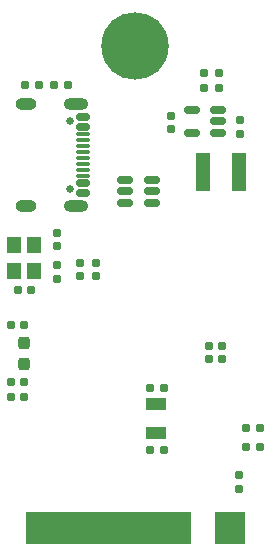
<source format=gbr>
%TF.GenerationSoftware,KiCad,Pcbnew,8.0.1*%
%TF.CreationDate,2024-04-18T13:31:19+02:00*%
%TF.ProjectId,ESP32S3_M.2_Board,45535033-3253-4335-9f4d-2e325f426f61,rev?*%
%TF.SameCoordinates,Original*%
%TF.FileFunction,Soldermask,Bot*%
%TF.FilePolarity,Negative*%
%FSLAX46Y46*%
G04 Gerber Fmt 4.6, Leading zero omitted, Abs format (unit mm)*
G04 Created by KiCad (PCBNEW 8.0.1) date 2024-04-18 13:31:19*
%MOMM*%
%LPD*%
G01*
G04 APERTURE LIST*
G04 Aperture macros list*
%AMRoundRect*
0 Rectangle with rounded corners*
0 $1 Rounding radius*
0 $2 $3 $4 $5 $6 $7 $8 $9 X,Y pos of 4 corners*
0 Add a 4 corners polygon primitive as box body*
4,1,4,$2,$3,$4,$5,$6,$7,$8,$9,$2,$3,0*
0 Add four circle primitives for the rounded corners*
1,1,$1+$1,$2,$3*
1,1,$1+$1,$4,$5*
1,1,$1+$1,$6,$7*
1,1,$1+$1,$8,$9*
0 Add four rect primitives between the rounded corners*
20,1,$1+$1,$2,$3,$4,$5,0*
20,1,$1+$1,$4,$5,$6,$7,0*
20,1,$1+$1,$6,$7,$8,$9,0*
20,1,$1+$1,$8,$9,$2,$3,0*%
G04 Aperture macros list end*
%ADD10C,5.703200*%
%ADD11RoundRect,0.101600X-0.175000X-1.250000X0.175000X-1.250000X0.175000X1.250000X-0.175000X1.250000X0*%
%ADD12RoundRect,0.150000X0.512500X0.150000X-0.512500X0.150000X-0.512500X-0.150000X0.512500X-0.150000X0*%
%ADD13R,1.800000X1.000000*%
%ADD14RoundRect,0.160000X-0.197500X-0.160000X0.197500X-0.160000X0.197500X0.160000X-0.197500X0.160000X0*%
%ADD15RoundRect,0.155000X0.212500X0.155000X-0.212500X0.155000X-0.212500X-0.155000X0.212500X-0.155000X0*%
%ADD16RoundRect,0.155000X-0.155000X0.212500X-0.155000X-0.212500X0.155000X-0.212500X0.155000X0.212500X0*%
%ADD17RoundRect,0.237500X-0.237500X0.287500X-0.237500X-0.287500X0.237500X-0.287500X0.237500X0.287500X0*%
%ADD18RoundRect,0.155000X-0.212500X-0.155000X0.212500X-0.155000X0.212500X0.155000X-0.212500X0.155000X0*%
%ADD19R,1.200000X1.400000*%
%ADD20RoundRect,0.155000X0.155000X-0.212500X0.155000X0.212500X-0.155000X0.212500X-0.155000X-0.212500X0*%
%ADD21RoundRect,0.160000X0.197500X0.160000X-0.197500X0.160000X-0.197500X-0.160000X0.197500X-0.160000X0*%
%ADD22RoundRect,0.160000X-0.160000X0.197500X-0.160000X-0.197500X0.160000X-0.197500X0.160000X0.197500X0*%
%ADD23R,1.200000X3.300000*%
%ADD24RoundRect,0.160000X0.160000X-0.197500X0.160000X0.197500X-0.160000X0.197500X-0.160000X-0.197500X0*%
%ADD25C,0.650000*%
%ADD26RoundRect,0.150000X0.425000X-0.150000X0.425000X0.150000X-0.425000X0.150000X-0.425000X-0.150000X0*%
%ADD27RoundRect,0.075000X0.500000X-0.075000X0.500000X0.075000X-0.500000X0.075000X-0.500000X-0.075000X0*%
%ADD28O,1.800000X1.000000*%
%ADD29O,2.100000X1.000000*%
G04 APERTURE END LIST*
D10*
%TO.C,J2*%
X228900000Y-91100000D03*
D11*
X237900000Y-131850000D03*
X237400000Y-131850000D03*
X236900000Y-131850000D03*
X236400000Y-131850000D03*
X235900000Y-131850000D03*
X233400000Y-131850000D03*
X232900000Y-131850000D03*
X232400000Y-131850000D03*
X231900000Y-131850000D03*
X231400000Y-131850000D03*
X230900000Y-131850000D03*
X230400000Y-131850000D03*
X229900000Y-131850000D03*
X229400000Y-131850000D03*
X228900000Y-131850000D03*
X228400000Y-131850000D03*
X227900000Y-131850000D03*
X227400000Y-131850000D03*
X226900000Y-131850000D03*
X226400000Y-131850000D03*
X225900000Y-131850000D03*
X225400000Y-131850000D03*
X224900000Y-131850000D03*
X224400000Y-131850000D03*
X223900000Y-131850000D03*
X223400000Y-131850000D03*
X222900000Y-131850000D03*
X222400000Y-131850000D03*
X221900000Y-131850000D03*
X221400000Y-131850000D03*
X220900000Y-131850000D03*
X220400000Y-131850000D03*
X219900000Y-131850000D03*
%TD*%
D12*
%TO.C,U1*%
X235937500Y-96487500D03*
X235937500Y-97437500D03*
X235937500Y-98387500D03*
X233662500Y-98387500D03*
X233662500Y-96487500D03*
%TD*%
D13*
%TO.C,Y2*%
X230665000Y-123860000D03*
X230665000Y-121360000D03*
%TD*%
D14*
%TO.C,R6*%
X234752500Y-94600000D03*
X235947500Y-94600000D03*
%TD*%
D15*
%TO.C,C2*%
X219500000Y-119475000D03*
X218365000Y-119475000D03*
%TD*%
D16*
%TO.C,C22*%
X236275000Y-116457500D03*
X236275000Y-117592500D03*
%TD*%
D17*
%TO.C,L1*%
X219500000Y-116200000D03*
X219500000Y-117950000D03*
%TD*%
D16*
%TO.C,C12*%
X225600000Y-109415000D03*
X225600000Y-110550000D03*
%TD*%
D18*
%TO.C,C20*%
X238290000Y-123375000D03*
X239425000Y-123375000D03*
%TD*%
D19*
%TO.C,Y1*%
X218600000Y-110150000D03*
X218600000Y-107950000D03*
X220300000Y-107950000D03*
X220300000Y-110150000D03*
%TD*%
D20*
%TO.C,C5*%
X237750000Y-98492500D03*
X237750000Y-97357500D03*
%TD*%
%TO.C,C7*%
X222250000Y-108017500D03*
X222250000Y-106882500D03*
%TD*%
%TO.C,C4*%
X231950000Y-98117500D03*
X231950000Y-96982500D03*
%TD*%
D21*
%TO.C,R8*%
X220772500Y-94375000D03*
X219577500Y-94375000D03*
%TD*%
%TO.C,R4*%
X235947500Y-93350000D03*
X234752500Y-93350000D03*
%TD*%
D12*
%TO.C,U2*%
X230284195Y-102418514D03*
X230284195Y-103368514D03*
X230284195Y-104318514D03*
X228009195Y-104318514D03*
X228009195Y-103368514D03*
X228009195Y-102418514D03*
%TD*%
D18*
%TO.C,C19*%
X238282500Y-124975000D03*
X239417500Y-124975000D03*
%TD*%
D15*
%TO.C,C3*%
X219500000Y-120750000D03*
X218365000Y-120750000D03*
%TD*%
D22*
%TO.C,R5*%
X222243071Y-109583871D03*
X222243071Y-110778871D03*
%TD*%
D14*
%TO.C,R7*%
X222027500Y-94375000D03*
X223222500Y-94375000D03*
%TD*%
D15*
%TO.C,C1*%
X219492500Y-114700000D03*
X218357500Y-114700000D03*
%TD*%
D18*
%TO.C,C6*%
X218953210Y-111701651D03*
X220088210Y-111701651D03*
%TD*%
D23*
%TO.C,L2*%
X234600000Y-101737500D03*
X237700000Y-101737500D03*
%TD*%
D18*
%TO.C,C8*%
X230152500Y-125257500D03*
X231287500Y-125257500D03*
%TD*%
D24*
%TO.C,R11*%
X237650000Y-128572500D03*
X237650000Y-127377500D03*
%TD*%
D25*
%TO.C,J1*%
X223365000Y-103190000D03*
X223365000Y-97410000D03*
D26*
X224440000Y-103500000D03*
X224440000Y-102700000D03*
D27*
X224440000Y-101550000D03*
X224440000Y-100550000D03*
X224440000Y-100050000D03*
X224440000Y-99050000D03*
D26*
X224440000Y-97900000D03*
X224440000Y-97100000D03*
X224440000Y-97100000D03*
X224440000Y-97900000D03*
D27*
X224440000Y-98550000D03*
X224440000Y-99550000D03*
X224440000Y-101050000D03*
X224440000Y-102050000D03*
D26*
X224440000Y-102700000D03*
X224440000Y-103500000D03*
D28*
X219685000Y-104620000D03*
D29*
X223865000Y-104620000D03*
D28*
X219685000Y-95980000D03*
D29*
X223865000Y-95980000D03*
%TD*%
D16*
%TO.C,C13*%
X224225000Y-109415000D03*
X224225000Y-110550000D03*
%TD*%
%TO.C,C21*%
X235125000Y-116457500D03*
X235125000Y-117592500D03*
%TD*%
D18*
%TO.C,C9*%
X230152500Y-119982500D03*
X231287500Y-119982500D03*
%TD*%
M02*

</source>
